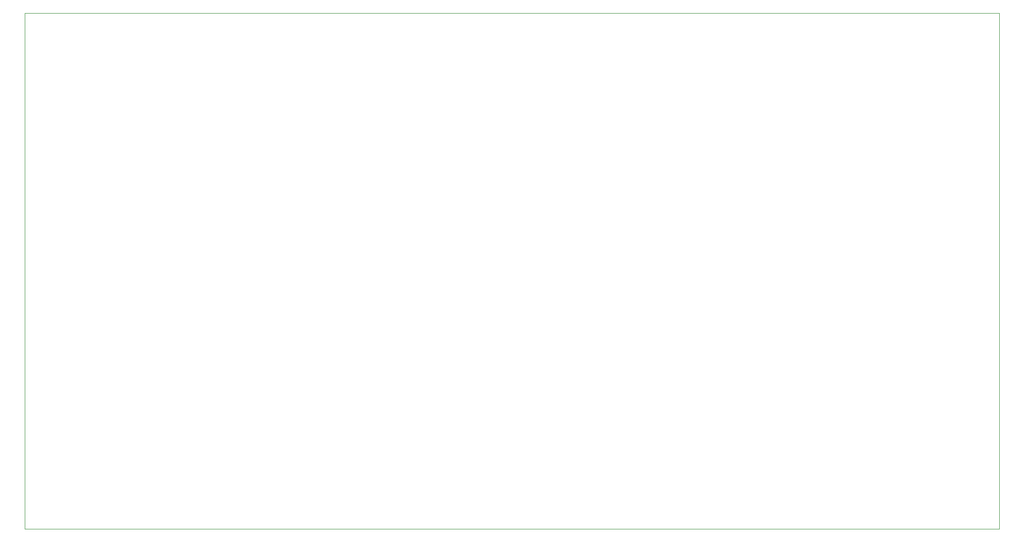
<source format=gbr>
%TF.GenerationSoftware,KiCad,Pcbnew,8.0.4*%
%TF.CreationDate,2024-10-16T11:02:59-05:00*%
%TF.ProjectId,touchboard,746f7563-6862-46f6-9172-642e6b696361,rev?*%
%TF.SameCoordinates,Original*%
%TF.FileFunction,Profile,NP*%
%FSLAX46Y46*%
G04 Gerber Fmt 4.6, Leading zero omitted, Abs format (unit mm)*
G04 Created by KiCad (PCBNEW 8.0.4) date 2024-10-16 11:02:59*
%MOMM*%
%LPD*%
G01*
G04 APERTURE LIST*
%TA.AperFunction,Profile*%
%ADD10C,0.050000*%
%TD*%
G04 APERTURE END LIST*
D10*
X41000000Y-41000000D02*
X211000000Y-41000000D01*
X211000000Y-131000000D01*
X41000000Y-131000000D01*
X41000000Y-41000000D01*
M02*

</source>
